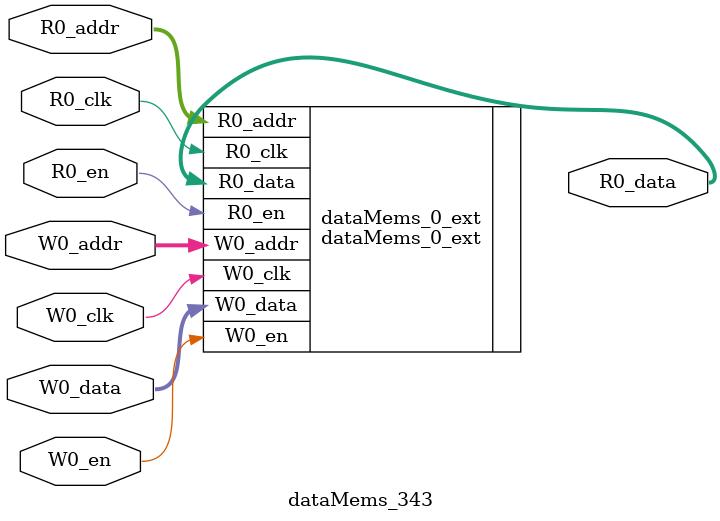
<source format=sv>
`ifndef RANDOMIZE
  `ifdef RANDOMIZE_REG_INIT
    `define RANDOMIZE
  `endif // RANDOMIZE_REG_INIT
`endif // not def RANDOMIZE
`ifndef RANDOMIZE
  `ifdef RANDOMIZE_MEM_INIT
    `define RANDOMIZE
  `endif // RANDOMIZE_MEM_INIT
`endif // not def RANDOMIZE

`ifndef RANDOM
  `define RANDOM $random
`endif // not def RANDOM

// Users can define 'PRINTF_COND' to add an extra gate to prints.
`ifndef PRINTF_COND_
  `ifdef PRINTF_COND
    `define PRINTF_COND_ (`PRINTF_COND)
  `else  // PRINTF_COND
    `define PRINTF_COND_ 1
  `endif // PRINTF_COND
`endif // not def PRINTF_COND_

// Users can define 'ASSERT_VERBOSE_COND' to add an extra gate to assert error printing.
`ifndef ASSERT_VERBOSE_COND_
  `ifdef ASSERT_VERBOSE_COND
    `define ASSERT_VERBOSE_COND_ (`ASSERT_VERBOSE_COND)
  `else  // ASSERT_VERBOSE_COND
    `define ASSERT_VERBOSE_COND_ 1
  `endif // ASSERT_VERBOSE_COND
`endif // not def ASSERT_VERBOSE_COND_

// Users can define 'STOP_COND' to add an extra gate to stop conditions.
`ifndef STOP_COND_
  `ifdef STOP_COND
    `define STOP_COND_ (`STOP_COND)
  `else  // STOP_COND
    `define STOP_COND_ 1
  `endif // STOP_COND
`endif // not def STOP_COND_

// Users can define INIT_RANDOM as general code that gets injected into the
// initializer block for modules with registers.
`ifndef INIT_RANDOM
  `define INIT_RANDOM
`endif // not def INIT_RANDOM

// If using random initialization, you can also define RANDOMIZE_DELAY to
// customize the delay used, otherwise 0.002 is used.
`ifndef RANDOMIZE_DELAY
  `define RANDOMIZE_DELAY 0.002
`endif // not def RANDOMIZE_DELAY

// Define INIT_RANDOM_PROLOG_ for use in our modules below.
`ifndef INIT_RANDOM_PROLOG_
  `ifdef RANDOMIZE
    `ifdef VERILATOR
      `define INIT_RANDOM_PROLOG_ `INIT_RANDOM
    `else  // VERILATOR
      `define INIT_RANDOM_PROLOG_ `INIT_RANDOM #`RANDOMIZE_DELAY begin end
    `endif // VERILATOR
  `else  // RANDOMIZE
    `define INIT_RANDOM_PROLOG_
  `endif // RANDOMIZE
`endif // not def INIT_RANDOM_PROLOG_

// Include register initializers in init blocks unless synthesis is set
`ifndef SYNTHESIS
  `ifndef ENABLE_INITIAL_REG_
    `define ENABLE_INITIAL_REG_
  `endif // not def ENABLE_INITIAL_REG_
`endif // not def SYNTHESIS

// Include rmemory initializers in init blocks unless synthesis is set
`ifndef SYNTHESIS
  `ifndef ENABLE_INITIAL_MEM_
    `define ENABLE_INITIAL_MEM_
  `endif // not def ENABLE_INITIAL_MEM_
`endif // not def SYNTHESIS

module dataMems_343(	// @[generators/ara/src/main/scala/UnsafeAXI4ToTL.scala:365:62]
  input  [4:0]  R0_addr,
  input         R0_en,
  input         R0_clk,
  output [66:0] R0_data,
  input  [4:0]  W0_addr,
  input         W0_en,
  input         W0_clk,
  input  [66:0] W0_data
);

  dataMems_0_ext dataMems_0_ext (	// @[generators/ara/src/main/scala/UnsafeAXI4ToTL.scala:365:62]
    .R0_addr (R0_addr),
    .R0_en   (R0_en),
    .R0_clk  (R0_clk),
    .R0_data (R0_data),
    .W0_addr (W0_addr),
    .W0_en   (W0_en),
    .W0_clk  (W0_clk),
    .W0_data (W0_data)
  );
endmodule


</source>
